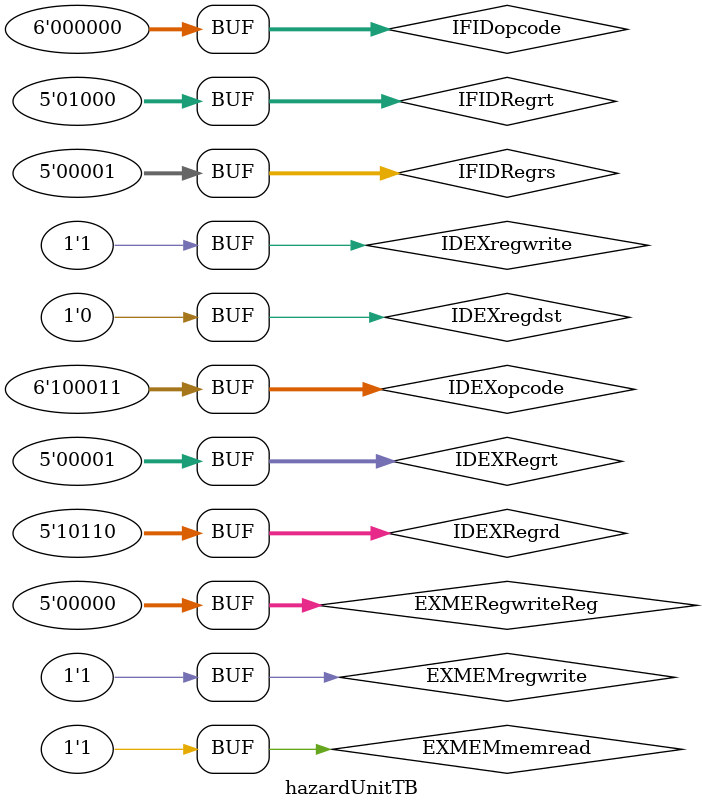
<source format=v>
module hazardDetectionUnit ( input [4:0]IFIDRegrs , input [4:0]IFIDRegrt , input [4:0]IDEXRegrt ,input [4:0]IDEXRegrd ,input [4:0] EXMERegwriteReg,
 input [5:0] IFIDopcode ,input [5:0] IDEXopcode,input IDEXregwrite ,input IDEXregdst,input EXMEMregwrite , input EXMEMmemread ,
 output reg IFIDRegHOLD , output reg pcHOLD ,output reg IFflush);

parameter beqOPcode = 6'b000100 ;
parameter lwOPcode = 6'b100011 , R_format = 6'b000000 , swOPcode = 6'b101011 ;

initial
begin
IFIDRegHOLD =0;
pcHOLD =0;
IFflush=0;
end

always@(*)
begin
if (/*IFIDopcode==R_format&&*/IFIDopcode!=swOPcode&&IDEXopcode==lwOPcode &&((IDEXRegrt == IFIDRegrs) || (IDEXRegrt == IFIDRegrt)) && IDEXregwrite==1 && IDEXregdst ==0) //stall after lw instruction
begin
IFIDRegHOLD=1;
pcHOLD=1;
IFflush=1;
end
else if (IFIDopcode==swOPcode&&IDEXopcode==lwOPcode &&((IDEXRegrt == IFIDRegrs) ) && IDEXregwrite==1 && IDEXregdst ==0) //stall sw dependency on lw instruction
begin
IFIDRegHOLD=1;
pcHOLD=1;
IFflush=1;
end
else if (IFIDopcode==beqOPcode && ((IDEXRegrd == IFIDRegrs) || (IDEXRegrd == IFIDRegrt))&& IDEXregdst ==1 && IDEXregwrite==1 ) //@ beq stall after R-format instruction 
begin
IFIDRegHOLD=1;
pcHOLD=1;
IFflush=1;	
end
else if (IFIDopcode==beqOPcode && IDEXopcode!=lwOPcode&&((IDEXRegrt == IFIDRegrs) || (IDEXRegrt == IFIDRegrt))&& IDEXregdst ==0 && IDEXregwrite==1 ) //@ beq stall after i-format instruction 
begin
IFIDRegHOLD=1;
pcHOLD=1;
IFflush=1;	
end
else if (IFIDopcode==beqOPcode && ((EXMERegwriteReg == IFIDRegrs) || (EXMERegwriteReg == IFIDRegrt)) && EXMEMregwrite==1 && EXMEMmemread ==1) //@beq second stall after lw instruction
begin
IFIDRegHOLD=1;
pcHOLD=1;
IFflush=1;
end
/*else if (IDEXopcode==beqOPcode && ((IDEXRegrt == IFIDRegrs) || (IDEXRegrt == IFIDRegrt)) ) //control hazard
begin
IFIDRegHOLD=0;
pcHOLD=0;
IFflush=1;
end*/

else
begin
//controlMUX=0;
IFIDRegHOLD=0;
pcHOLD=0;
IFflush=0;
end

end


endmodule


module hazardUnitTB ;

reg [4:0]IFIDRegrs ;
reg [4:0]IFIDRegrt ;
reg [4:0]IDEXRegrt ;
reg [4:0]IDEXRegrd ;
reg [4:0] EXMERegwriteReg;
reg [5:0] IFIDopcode ;
reg [5:0] IDEXopcode;
reg IDEXregwrite ;
reg IDEXregdst;
reg EXMEMregwrite ;
reg EXMEMmemread ;




wire IFIDRegHOLD;
wire pcHOLD ;
wire IFflush ;

initial
begin

$monitor ("IFIDRegrs=%d IFIDRegrt=%d ; IDEXRegrt=%d; IDEXRegrd=%d,EXMERegwriteReg=%d,IFIDopcode=%d,IDEXopcode= %d,IDEXregwrite = %d,IDEXregdst=%d,EXMEMregwrite =%d,EXMEMmemread=%d \n IFIDRegHOLD=%d ,  pcHOLD=%d , IFflush=%d " , IFIDRegrs,IFIDRegrt,IDEXRegrt,IDEXRegrd,EXMERegwriteReg,IFIDopcode,IDEXopcode,IDEXregwrite,IDEXregdst,EXMEMregwrite,EXMEMmemread, IFIDRegHOLD ,  pcHOLD , IFflush );

#10
IFIDRegrs=7 ;
IFIDRegrt=8 ;
IDEXRegrt=14;
IDEXRegrd=22;
EXMERegwriteReg=1;
IFIDopcode= 6'b000100 ; //beq
IDEXopcode= 0;
IDEXregwrite = 1;
IDEXregdst=0;
EXMEMregwrite =1;
EXMEMmemread=0;


#10
IFIDRegrs=7 ;
IFIDRegrt=8 ;
IDEXRegrt=7;
IDEXRegrd=22;
EXMERegwriteReg=15;
IFIDopcode= 0 ; //rformat
IDEXopcode= 6'b100011 ; //lw
IDEXregwrite = 1;
IDEXregdst=0;
EXMEMregwrite =1;
EXMEMmemread=0;

#10
IFIDRegrs=7 ;
IFIDRegrt=8 ;
IDEXRegrt=7;
IDEXRegrd=22;
EXMERegwriteReg=15;
IFIDopcode= 4 ; //beq
IDEXopcode= 35 ; //lw
IDEXregwrite = 1;
IDEXregdst=0;
EXMEMregwrite =1;
EXMEMmemread=0;
#10
IFIDRegrs=1 ;
IFIDRegrt=8 ;
IDEXRegrt=1;
IDEXRegrd=22;
EXMERegwriteReg=0;
IFIDopcode= 0 ; //rformat
IDEXopcode= 35 ; //lw
IDEXregwrite = 1;
IDEXregdst=0;
EXMEMregwrite =1;
EXMEMmemread=1;

end

//hazardDetectionUnit  hazardUnitTEST ( IFIDRegrs , IFIDRegrt , IDEXRegrt , OPcode , IFIDRegHOLD , pcHOLD ,IFflush);
hazardDetectionUnit  hazardUnitTEST (IFIDRegrs ,IFIDRegrt ,IDEXRegrt ,IDEXRegrd ,EXMERegwriteReg,
IFIDopcode ,IDEXopcode,IDEXregwrite , IDEXregdst, EXMEMregwrite , EXMEMmemread , 
IFIDRegHOLD , pcHOLD , IFflush);
endmodule

</source>
